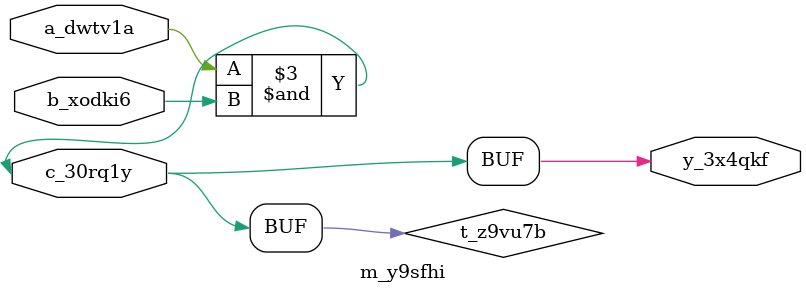
<source format=v>
module m_y9sfhi(input a_dwtv1a, input b_xodki6, input c_30rq1y, output y_3x4qkf);
  wire w_96vq1g;
  assign w_96vq1g = a_mbawpv ^ b_d7pql9;
  // harmless mux
  assign y_95v9ht = a_mbawpv ? w_96vq1g : b_d7pql9;
  wire t_z9vu7b;
  assign t_z9vu7b = a_dwtv1a & b_xodki6;
  assign t_z9vu7b = c_30rq1y;
  assign y_3x4qkf = t_z9vu7b;
endmodule

</source>
